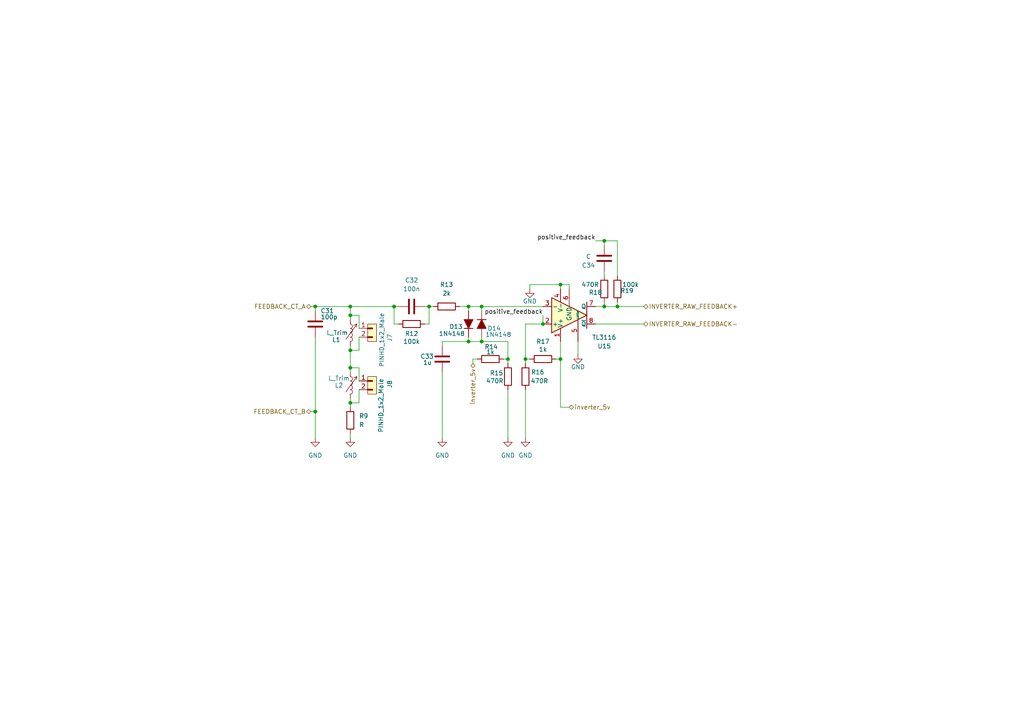
<source format=kicad_sch>
(kicad_sch (version 20250114) (generator "eeschema") (generator_version "9.0")
  (paper "A4")
  (lib_symbols
    (symbol "Comparator:TL3116" (pin_names (offset 0.127))
      (property "Reference" "U" (at 3.81 6.35 0))
      (property "Value" "TL3116" (at 3.81 -5.08 0))
      (symbol "TL3116_0_1"
        (polyline (pts (xy -5.08 5.08) (xy 5.08 0) (xy -5.08 -5.08) (xy -5.08 5.08)) (stroke (width 0.254)) (fill (type background)))
        (polyline (pts (xy 5.08 3.81) (xy 5.08 -3.81)) (stroke (width 0.254)))
      )
      (symbol "TL3116_1_1"
        (pin input line (at -7.62 2.54 0) (length 2.54) (name "+") (number "2"))
        (pin input line (at -7.62 -2.54 0) (length 2.54) (name "-") (number "3"))
        (pin power_in line (at -2.54 7.62 270) (length 3.81) (name "V+") (number "1"))
        (pin power_in line (at -2.54 -7.62 90) (length 3.81) (name "V-") (number "4"))
        (pin power_in line (at 0 -7.62 90) (length 5.08) (name "GND") (number "6"))
        (pin input line (at 2.54 7.62 270) (length 6.35) (name "LATCH") (number "5"))
        (pin output line (at 7.62 2.54 180) (length 2.54) (name "~{Q}") (number "8"))
        (pin output line (at 7.62 -2.54 180) (length 2.54) (name "Q") (number "7"))
      )
    )
    (symbol "Device:C" (pin_numbers (hide yes)) (pin_names (offset 0.254))
      (property "Reference" "C" (at 0.635 2.54 0))
      (property "Value" "C" (at 0.635 -2.54 0))
      (symbol "C_0_1"
        (polyline (pts (xy -2.032 0.762) (xy 2.032 0.762)) (stroke (width 0.508)))
        (polyline (pts (xy -2.032 -0.762) (xy 2.032 -0.762)) (stroke (width 0.508)))
      )
      (symbol "C_1_1"
        (pin passive line (at 0 3.81 270) (length 2.794) (name "~") (number "1"))
        (pin passive line (at 0 -3.81 90) (length 2.794) (name "~") (number "2"))
      )
    )
    (symbol "Device:L_Trim" (pin_numbers (hide yes)) (pin_names (offset 1.016) (hide yes))
      (property "Reference" "L" (at -1.905 0 90))
      (property "Value" "L_Trim" (at 3.175 0 90))
      (symbol "L_Trim_0_1"
        (polyline (pts (xy -1.27 -1.905) (xy 1.905 2.54)))
        (arc (start 0 2.54) (mid 0.6323 1.905) (end 0 1.27))
        (arc (start 0 1.27) (mid 0.6323 0.635) (end 0 0))
        (arc (start 0 0) (mid 0.6323 -0.635) (end 0 -1.27))
        (arc (start 0 -1.27) (mid 0.6323 -1.905) (end 0 -2.54))
        (polyline (pts (xy 1.905 2.54) (xy 1.016 2.159)))
        (polyline (pts (xy 1.905 2.54) (xy 1.778 1.651)))
      )
      (symbol "L_Trim_1_1"
        (pin passive line (at 0 3.81 270) (length 1.27) (name "1") (number "1"))
        (pin passive line (at 0 -3.81 90) (length 1.27) (name "2") (number "2"))
      )
    )
    (symbol "Device:R" (pin_numbers (hide yes)) (pin_names (offset 0))
      (property "Reference" "R" (at 2.032 0 90))
      (property "Value" "R" (at 0 0 90))
      (symbol "R_0_1"
        (rectangle (start -1.016 -2.54) (end 1.016 2.54) (stroke (width 0.254)))
      )
      (symbol "R_1_1"
        (pin passive line (at 0 3.81 270) (length 1.27) (name "~") (number "1"))
        (pin passive line (at 0 -3.81 90) (length 1.27) (name "~") (number "2"))
      )
    )
    (symbol "PCM_Diode_AKL:1N4148" (pin_numbers (hide yes)) (pin_names (offset 1.016) (hide yes))
      (property "Reference" "D" (at 0 5.08 0))
      (property "Value" "1N4148" (at 0 2.54 0))
      (symbol "1N4148_0_1"
        (polyline (pts (xy -1.27 1.27) (xy -1.27 -1.27) (xy 1.27 0) (xy -1.27 1.27)) (stroke (width 0.254)) (fill (type outline)))
        (polyline (pts (xy -1.27 0) (xy 1.27 0)))
        (polyline (pts (xy 1.27 1.27) (xy 1.27 -1.27)) (stroke (width 0.254)))
      )
      (symbol "1N4148_0_2"
        (polyline (pts (xy -2.54 -2.54) (xy 2.54 2.54)))
        (polyline (pts (xy -0.889 -0.889) (xy -1.778 0) (xy 0.889 0.889) (xy 0 -1.778) (xy -0.889 -0.889)) (stroke (width 0.254)) (fill (type outline)))
        (polyline (pts (xy 0 1.778) (xy 1.778 0)) (stroke (width 0.254)))
      )
      (symbol "1N4148_1_1"
        (pin passive line (at -3.81 0 0) (length 2.54) (name "A") (number "2"))
        (pin passive line (at 3.81 0 180) (length 2.54) (name "K") (number "1"))
      )
      (symbol "1N4148_1_2"
        (pin passive line (at -2.54 -2.54 0) (length 0) (name "A") (number "2"))
        (pin passive line (at 2.54 2.54 180) (length 0) (name "K") (number "1"))
      )
    )
    (symbol "PCM_SL_Pin_Headers:PINHD_1x2_Male"
      (property "Reference" "J" (at 0 6.35 0))
      (property "Value" "PINHD_1x2_Male" (at 0 3.81 0))
      (symbol "PINHD_1x2_Male_0_1"
        (rectangle (start -1.27 2.54) (end 1.27 -2.54) (fill (type background)))
        (polyline (pts (xy -1.27 1.27) (xy 0 1.27)) (stroke (width 0.3)))
        (polyline (pts (xy -1.27 1.27) (xy 0 1.27)) (stroke (width 0.5)))
        (polyline (pts (xy -1.27 -1.27) (xy 0 -1.27)) (stroke (width 0.3)))
        (polyline (pts (xy -1.27 -1.27) (xy 0 -1.27)) (stroke (width 0.5)))
      )
      (symbol "PINHD_1x2_Male_1_1"
        (pin passive line (at -3.81 1.27 0) (length 2.54) (name "") (number "1"))
        (pin passive line (at -3.81 -1.27 0) (length 2.54) (name "") (number "2"))
      )
    )
    (symbol "power:GND" (power) (pin_numbers (hide yes)) (pin_names (offset 0) (hide yes))
      (property "Value" "GND" (at 0 -3.81 0))
      (symbol "GND_0_1"
        (polyline (pts (xy 0 0) (xy 0 -1.27) (xy 1.27 -1.27) (xy 0 -2.54) (xy -1.27 -1.27) (xy 0 -1.27)))
      )
      (symbol "GND_1_1"
        (pin power_in line (at 0 0 270) (length 0) (name "~") (number "1"))
      )
    )
  )
  (junction (at 101.6 116.84))
  (junction (at 162.56 82.55))
  (junction (at 124.46 88.9))
  (junction (at 179.07 88.9))
  (junction (at 91.44 119.38))
  (junction (at 135.89 88.9))
  (junction (at 135.89 99.06))
  (junction (at 175.26 69.85))
  (junction (at 101.6 91.44))
  (junction (at 147.32 104.14))
  (junction (at 91.44 88.9))
  (junction (at 139.7 88.9))
  (junction (at 114.3 88.9))
  (junction (at 152.4 104.14))
  (junction (at 157.48 93.98))
  (junction (at 101.6 101.6))
  (junction (at 101.6 88.9))
  (junction (at 162.56 104.14))
  (junction (at 101.6 106.68))
  (junction (at 175.26 88.9))
  (junction (at 139.7 99.06))
  (wire (pts (xy 101.6 101.6) (xy 101.6 106.68)))
  (wire (pts (xy 153.67 82.55) (xy 162.56 82.55)))
  (wire (pts (xy 133.35 88.9) (xy 135.89 88.9)))
  (wire (pts (xy 165.1 82.55) (xy 165.1 83.82)))
  (wire (pts (xy 175.26 69.85) (xy 175.26 71.12)))
  (wire (pts (xy 167.64 99.06) (xy 167.64 102.87)))
  (wire (pts (xy 104.14 101.6) (xy 101.6 101.6)))
  (wire (pts (xy 91.44 119.38) (xy 90.17 119.38)))
  (wire (pts (xy 146.05 104.14) (xy 147.32 104.14)))
  (wire (pts (xy 101.6 91.44) (xy 101.6 92.71)))
  (wire (pts (xy 152.4 93.98) (xy 157.48 93.98)))
  (wire (pts (xy 175.26 78.74) (xy 175.26 80.01)))
  (wire (pts (xy 91.44 97.79) (xy 91.44 119.38)))
  (wire (pts (xy 104.14 91.44) (xy 104.14 95.25)))
  (wire (pts (xy 124.46 88.9) (xy 125.73 88.9)))
  (wire (pts (xy 135.89 90.17) (xy 135.89 88.9)))
  (wire (pts (xy 172.72 69.85) (xy 175.26 69.85)))
  (wire (pts (xy 161.29 104.14) (xy 162.56 104.14)))
  (wire (pts (xy 175.26 88.9) (xy 179.07 88.9)))
  (wire (pts (xy 139.7 97.79) (xy 139.7 99.06)))
  (wire (pts (xy 104.14 97.79) (xy 104.14 101.6)))
  (wire (pts (xy 101.6 125.73) (xy 101.6 127)))
  (wire (pts (xy 114.3 88.9) (xy 115.57 88.9)))
  (wire (pts (xy 137.16 104.14) (xy 137.16 105.41)))
  (wire (pts (xy 152.4 113.03) (xy 152.4 127)))
  (wire (pts (xy 147.32 104.14) (xy 147.32 105.41)))
  (wire (pts (xy 101.6 118.11) (xy 101.6 116.84)))
  (wire (pts (xy 175.26 69.85) (xy 179.07 69.85)))
  (wire (pts (xy 135.89 99.06) (xy 139.7 99.06)))
  (wire (pts (xy 152.4 93.98) (xy 152.4 104.14)))
  (wire (pts (xy 172.72 88.9) (xy 175.26 88.9)))
  (wire (pts (xy 101.6 88.9) (xy 101.6 91.44)))
  (wire (pts (xy 101.6 106.68) (xy 101.6 107.95)))
  (wire (pts (xy 137.16 104.14) (xy 138.43 104.14)))
  (wire (pts (xy 135.89 97.79) (xy 135.89 99.06)))
  (wire (pts (xy 123.19 93.98) (xy 124.46 93.98)))
  (wire (pts (xy 179.07 88.9) (xy 186.69 88.9)))
  (wire (pts (xy 162.56 82.55) (xy 165.1 82.55)))
  (wire (pts (xy 91.44 88.9) (xy 101.6 88.9)))
  (wire (pts (xy 179.07 87.63) (xy 179.07 88.9)))
  (wire (pts (xy 157.48 91.44) (xy 157.48 93.98)))
  (wire (pts (xy 153.67 82.55) (xy 153.67 83.82)))
  (wire (pts (xy 104.14 116.84) (xy 101.6 116.84)))
  (wire (pts (xy 152.4 104.14) (xy 153.67 104.14)))
  (wire (pts (xy 147.32 113.03) (xy 147.32 127)))
  (wire (pts (xy 139.7 90.17) (xy 139.7 88.9)))
  (wire (pts (xy 162.56 104.14) (xy 162.56 118.11)))
  (wire (pts (xy 101.6 106.68) (xy 104.14 106.68)))
  (wire (pts (xy 139.7 88.9) (xy 157.48 88.9)))
  (wire (pts (xy 115.57 93.98) (xy 114.3 93.98)))
  (wire (pts (xy 91.44 88.9) (xy 90.17 88.9)))
  (wire (pts (xy 179.07 80.01) (xy 179.07 69.85)))
  (wire (pts (xy 165.1 118.11) (xy 162.56 118.11)))
  (wire (pts (xy 104.14 106.68) (xy 104.14 110.49)))
  (wire (pts (xy 128.27 99.06) (xy 135.89 99.06)))
  (wire (pts (xy 91.44 90.17) (xy 91.44 88.9)))
  (wire (pts (xy 128.27 99.06) (xy 128.27 100.33)))
  (wire (pts (xy 162.56 99.06) (xy 162.56 104.14)))
  (wire (pts (xy 139.7 99.06) (xy 147.32 99.06)))
  (wire (pts (xy 147.32 99.06) (xy 147.32 104.14)))
  (wire (pts (xy 101.6 116.84) (xy 101.6 115.57)))
  (wire (pts (xy 175.26 87.63) (xy 175.26 88.9)))
  (wire (pts (xy 104.14 113.03) (xy 104.14 116.84)))
  (wire (pts (xy 101.6 91.44) (xy 104.14 91.44)))
  (wire (pts (xy 91.44 127) (xy 91.44 119.38)))
  (wire (pts (xy 128.27 127) (xy 128.27 107.95)))
  (wire (pts (xy 162.56 82.55) (xy 162.56 83.82)))
  (wire (pts (xy 124.46 88.9) (xy 123.19 88.9)))
  (wire (pts (xy 124.46 93.98) (xy 124.46 88.9)))
  (wire (pts (xy 135.89 88.9) (xy 139.7 88.9)))
  (wire (pts (xy 101.6 88.9) (xy 114.3 88.9)))
  (wire (pts (xy 172.72 93.98) (xy 186.69 93.98)))
  (wire (pts (xy 152.4 105.41) (xy 152.4 104.14)))
  (wire (pts (xy 101.6 100.33) (xy 101.6 101.6)))
  (wire (pts (xy 114.3 88.9) (xy 114.3 93.98)))
  (label "positive_feedback" (at 157.48 91.44 180))
  (label "positive_feedback" (at 172.72 69.85 180))
  (hierarchical_label "inverter_5v" (shape bidirectional) (at 137.16 105.41 270))
  (hierarchical_label "INVERTER_RAW_FEEDBACK-" (shape bidirectional) (at 186.69 93.98 0))
  (hierarchical_label "FEEDBACK_CT_A" (shape bidirectional) (at 90.17 88.9 180))
  (hierarchical_label "INVERTER_RAW_FEEDBACK+" (shape bidirectional) (at 186.69 88.9 0))
  (hierarchical_label "FEEDBACK_CT_B" (shape bidirectional) (at 90.17 119.38 180))
  (hierarchical_label "inverter_5v" (shape bidirectional) (at 165.1 118.11 0))
  (symbol (lib_id "power:GND") (at 101.6 127 0) (unit 1)
    (property "Reference" "#PWR036" (effects (hide yes)))
    (property "Value" "GND" (at 101.6 132.08 0))
    (property "Description" "Power symbol creates a global label with name \"GND\" , ground" (effects (hide yes)))
  )
  (symbol (lib_id "Device:C") (at 128.27 104.14 0) (unit 1)
    (property "Reference" "C33" (at 121.92 103.378 0) (effects (justify left)))
    (property "Value" "1u" (at 122.682 105.156 0) (effects (justify left)))
    (property "Description" "Unpolarized capacitor" (effects (hide yes)))
  )
  (symbol (lib_id "power:GND") (at 167.64 102.87 0) (unit 1)
    (property "Reference" "#PWR038" (effects (hide yes)))
    (property "Value" "GND" (at 167.64 106.426 0))
    (property "Description" "Power symbol creates a global label with name \"GND\" , ground" (effects (hide yes)))
  )
  (symbol (lib_id "power:GND") (at 152.4 127 0) (unit 1)
    (property "Reference" "#PWR041" (effects (hide yes)))
    (property "Value" "GND" (at 152.4 132.08 0))
    (property "Description" "Power symbol creates a global label with name \"GND\" , ground" (effects (hide yes)))
  )
  (symbol (lib_id "power:GND") (at 147.32 127 0) (unit 1)
    (property "Reference" "#PWR039" (effects (hide yes)))
    (property "Value" "GND" (at 147.32 132.08 0))
    (property "Description" "Power symbol creates a global label with name \"GND\" , ground" (effects (hide yes)))
  )
  (symbol (lib_id "Device:C") (at 119.38 88.9 90) (unit 1)
    (property "Reference" "C32" (at 119.38 81.28 90))
    (property "Value" "100n" (at 119.38 83.82 90))
    (property "Description" "Unpolarized capacitor" (effects (hide yes)))
  )
  (symbol (lib_id "Device:L_Trim") (at 101.6 96.52 0) (unit 1)
    (property "Reference" "L1" (at 97.536 98.552 0))
    (property "Value" "L_Trim" (at 97.79 96.52 0))
    (property "Description" "Variable inductor" (effects (hide yes)))
  )
  (symbol (lib_id "PCM_SL_Pin_Headers:PINHD_1x2_Male") (at 107.95 111.76 0) (unit 1)
    (property "Reference" "J8" (at 113.03 110.236 90) (effects (justify right)))
    (property "Value" "PINHD_1x2_Male" (at 110.49 109.728 90) (effects (justify right)))
    (property "Footprint" "Connector_PinHeader_2.54mm:PinHeader_1x02_P2.54mm_Vertical" (effects (hide yes)))
    (property "Description" "Pin Header male with pin space 2.54mm. Pin Count -2" (effects (hide yes)))
  )
  (symbol (lib_id "Device:R") (at 119.38 93.98 90) (unit 1)
    (property "Reference" "R12" (at 119.38 96.774 90))
    (property "Value" "100k" (at 119.38 99.06 90))
    (property "Description" "Resistor" (effects (hide yes)))
  )
  (symbol (lib_id "Device:R") (at 175.26 83.82 180) (unit 1)
    (property "Reference" "R18" (at 172.72 84.836 0))
    (property "Value" "470R" (at 171.196 82.55 0))
    (property "Description" "Resistor" (effects (hide yes)))
  )
  (symbol (lib_id "Device:R") (at 142.24 104.14 90) (unit 1)
    (property "Reference" "R14" (at 142.494 100.584 90))
    (property "Value" "1k" (at 142.24 102.108 90))
    (property "Description" "Resistor" (effects (hide yes)))
  )
  (symbol (lib_id "Device:R") (at 101.6 121.92 0) (unit 1)
    (property "Reference" "R9" (at 104.14 120.6499 0) (effects (justify left)))
    (property "Value" "R" (at 104.14 123.1899 0) (effects (justify left)))
    (property "Description" "Resistor" (effects (hide yes)))
  )
  (symbol (lib_id "Device:C") (at 175.26 74.93 180) (unit 1)
    (property "Reference" "C34" (at 170.688 76.962 0))
    (property "Value" "C" (at 170.688 74.422 0))
    (property "Description" "Unpolarized capacitor" (effects (hide yes)))
  )
  (symbol (lib_id "Device:C") (at 91.44 93.98 0) (unit 1)
    (property "Reference" "C31" (at 92.964 90.17 0) (effects (justify left)))
    (property "Value" "100p" (at 92.964 91.948 0) (effects (justify left)))
    (property "Description" "Unpolarized capacitor" (effects (hide yes)))
  )
  (symbol (lib_id "power:GND") (at 91.44 127 0) (unit 1)
    (property "Reference" "#PWR035" (effects (hide yes)))
    (property "Value" "GND" (at 91.44 132.08 0))
    (property "Description" "Power symbol creates a global label with name \"GND\" , ground" (effects (hide yes)))
  )
  (symbol (lib_id "PCM_Diode_AKL:1N4148") (at 135.89 93.98 270) (unit 1)
    (property "Reference" "D13" (at 130.302 94.742 90) (effects (justify left)))
    (property "Value" "1N4148" (at 127.254 96.774 90) (effects (justify left)))
    (property "Footprint" "PCM_Diode_THT_AKL:D_DO-35_SOD27_P7.62mm_Horizontal" (effects (hide yes)))
    (property "Datasheet" "https://datasheet.octopart.com/1N4148TR-ON-Semiconductor-datasheet-42765246.pdf" (effects (hide yes)))
    (property "Description" "DO-35 Diode, Small Signal, Fast Switching, 75V, 150mA, 4ns, Alternate KiCad Library" (effects (hide yes)))
  )
  (symbol (lib_id "Device:R") (at 129.54 88.9 90) (unit 1)
    (property "Reference" "R13" (at 129.54 82.55 90))
    (property "Value" "2k" (at 129.54 85.09 90))
    (property "Description" "Resistor" (effects (hide yes)))
  )
  (symbol (lib_id "PCM_Diode_AKL:1N4148") (at 139.7 93.98 90) (unit 1)
    (property "Reference" "D14" (at 145.288 95.25 90) (effects (justify left)))
    (property "Value" "1N4148" (at 148.336 97.028 90) (effects (justify left)))
    (property "Footprint" "PCM_Diode_THT_AKL:D_DO-35_SOD27_P7.62mm_Horizontal" (effects (hide yes)))
    (property "Datasheet" "https://datasheet.octopart.com/1N4148TR-ON-Semiconductor-datasheet-42765246.pdf" (effects (hide yes)))
    (property "Description" "DO-35 Diode, Small Signal, Fast Switching, 75V, 150mA, 4ns, Alternate KiCad Library" (effects (hide yes)))
  )
  (symbol (lib_id "Device:R") (at 179.07 83.82 0) (unit 1)
    (property "Reference" "R19" (at 181.864 84.328 0))
    (property "Value" "100k" (at 182.88 82.55 0))
    (property "Description" "Resistor" (effects (hide yes)))
  )
  (symbol (lib_id "Comparator:TL3116") (at 165.1 91.44 0) (mirror x) (unit 1)
    (property "Reference" "U15" (at 175.26 100.4002 0))
    (property "Value" "TL3116" (at 175.26 97.8602 0))
    (property "Datasheet" "http://www.ti.com/lit/ds/symlink/tl3116.pdf" (effects (hide yes)))
    (property "Description" "Single Ultra-Fast Low-Power Precision Comparators, SOIC-8/TSSOP-8" (effects (hide yes)))
  )
  (symbol (lib_id "PCM_SL_Pin_Headers:PINHD_1x2_Male") (at 107.95 96.52 0) (unit 1)
    (property "Reference" "J7" (at 113.03 96.774 90) (effects (justify right)))
    (property "Value" "PINHD_1x2_Male" (at 110.744 90.678 90) (effects (justify right)))
    (property "Footprint" "Connector_PinHeader_2.54mm:PinHeader_1x02_P2.54mm_Vertical" (effects (hide yes)))
    (property "Description" "Pin Header male with pin space 2.54mm. Pin Count -2" (effects (hide yes)))
  )
  (symbol (lib_id "Device:L_Trim") (at 101.6 111.76 0) (unit 1)
    (property "Reference" "L2" (at 98.298 111.76 0))
    (property "Value" "L_Trim" (at 98.298 109.728 0))
    (property "Description" "Variable inductor" (effects (hide yes)))
  )
  (symbol (lib_id "Device:R") (at 147.32 109.22 180) (unit 1)
    (property "Reference" "R15" (at 144.018 108.204 0))
    (property "Value" "470R" (at 143.51 110.49 0))
    (property "Description" "Resistor" (effects (hide yes)))
  )
  (symbol (lib_id "power:GND") (at 153.67 83.82 0) (unit 1)
    (property "Reference" "#PWR037" (effects (hide yes)))
    (property "Value" "GND" (at 153.67 87.376 0))
    (property "Description" "Power symbol creates a global label with name \"GND\" , ground" (effects (hide yes)))
  )
  (symbol (lib_id "power:GND") (at 128.27 127 0) (unit 1)
    (property "Reference" "#PWR040" (effects (hide yes)))
    (property "Value" "GND" (at 128.27 132.08 0))
    (property "Description" "Power symbol creates a global label with name \"GND\" , ground" (effects (hide yes)))
  )
  (symbol (lib_id "Device:R") (at 157.48 104.14 90) (unit 1)
    (property "Reference" "R17" (at 157.48 99.06 90))
    (property "Value" "1k" (at 157.48 101.346 90))
    (property "Description" "Resistor" (effects (hide yes)))
  )
  (symbol (lib_id "Device:R") (at 152.4 109.22 180) (unit 1)
    (property "Reference" "R16" (at 155.956 107.95 0))
    (property "Value" "470R" (at 156.464 110.49 0))
    (property "Description" "Resistor" (effects (hide yes)))
  )
)
</source>
